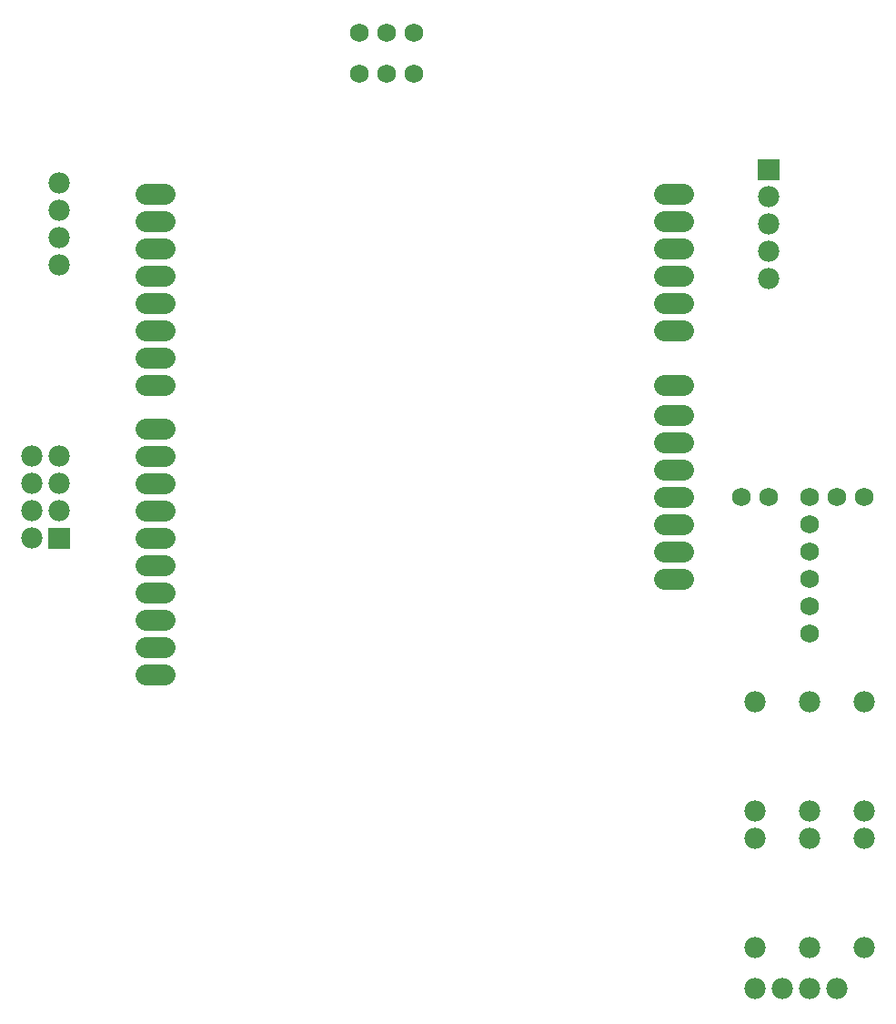
<source format=gbs>
G04 Layer: BottomSolderMaskLayer*
G04 EasyEDA v6.4.25, 2021-11-05T19:22:01+05:30*
G04 61bcb772547544e299bc8c975d1ae397,5cb069c284564e3e9aa1642b0c72b42d,10*
G04 Gerber Generator version 0.2*
G04 Scale: 100 percent, Rotated: No, Reflected: No *
G04 Dimensions in millimeters *
G04 leading zeros omitted , absolute positions ,4 integer and 5 decimal *
%FSLAX45Y45*%
%MOMM*%

%ADD18C,1.9812*%
%ADD19C,1.7272*%
%ADD21C,1.9812*%

%LPD*%
D18*
X10579100Y-254000D02*
G01*
X10756900Y-254000D01*
X10579100Y0D02*
G01*
X10756900Y0D01*
X10579100Y254000D02*
G01*
X10756900Y254000D01*
X10579100Y508000D02*
G01*
X10756900Y508000D01*
X10579100Y762000D02*
G01*
X10756900Y762000D01*
X10579100Y1041400D02*
G01*
X10756900Y1041400D01*
X10579100Y1549400D02*
G01*
X10756900Y1549400D01*
X10579100Y1803400D02*
G01*
X10756900Y1803400D01*
X10579100Y2057400D02*
G01*
X10756900Y2057400D01*
X10579100Y2311400D02*
G01*
X10756900Y2311400D01*
X10579100Y2565400D02*
G01*
X10756900Y2565400D01*
X10579100Y2819400D02*
G01*
X10756900Y2819400D01*
X5753100Y2819400D02*
G01*
X5930900Y2819400D01*
X5753100Y2565400D02*
G01*
X5930900Y2565400D01*
X5753100Y2311400D02*
G01*
X5930900Y2311400D01*
X5753100Y2057400D02*
G01*
X5930900Y2057400D01*
X5753100Y1803400D02*
G01*
X5930900Y1803400D01*
X5753100Y1549400D02*
G01*
X5930900Y1549400D01*
X5753100Y1295400D02*
G01*
X5930900Y1295400D01*
X5753100Y1041400D02*
G01*
X5930900Y1041400D01*
X5753100Y635000D02*
G01*
X5930900Y635000D01*
X5753100Y381000D02*
G01*
X5930900Y381000D01*
X5753100Y127000D02*
G01*
X5930900Y127000D01*
X5753100Y-127000D02*
G01*
X5930900Y-127000D01*
X5753100Y-381000D02*
G01*
X5930900Y-381000D01*
X5753100Y-635000D02*
G01*
X5930900Y-635000D01*
X5753100Y-889000D02*
G01*
X5930900Y-889000D01*
X5753100Y-1143000D02*
G01*
X5930900Y-1143000D01*
X5753100Y-1397000D02*
G01*
X5930900Y-1397000D01*
X5753100Y-1651000D02*
G01*
X5930900Y-1651000D01*
X10579100Y-508000D02*
G01*
X10756900Y-508000D01*
X10579100Y-762000D02*
G01*
X10756900Y-762000D01*
D19*
G01*
X12446000Y0D03*
G01*
X12192000Y0D03*
G01*
X11303000Y0D03*
G01*
X11557000Y0D03*
D18*
G01*
X11557000Y2794000D03*
G01*
X11557000Y2540000D03*
G01*
X11557000Y2286000D03*
G01*
X11557000Y2032000D03*
G36*
X11457940Y2948939D02*
G01*
X11457940Y3147060D01*
X11656059Y3147060D01*
X11656059Y2948939D01*
G37*
G01*
X4953000Y2921000D03*
G01*
X4953000Y2667000D03*
G01*
X4953000Y2413000D03*
G01*
X4953000Y2159000D03*
G01*
X11430000Y-4572000D03*
G01*
X11684000Y-4572000D03*
G01*
X11938000Y-4572000D03*
G01*
X12192000Y-4572000D03*
G01*
X4953000Y-127000D03*
G01*
X4699000Y-127000D03*
G01*
X4953000Y127000D03*
G01*
X4699000Y127000D03*
G01*
X4953000Y381000D03*
G01*
X4699000Y381000D03*
G36*
X4853940Y-480060D02*
G01*
X4853940Y-281939D01*
X5052059Y-281939D01*
X5052059Y-480060D01*
G37*
G01*
X4699000Y-381000D03*
D21*
G01*
X11430000Y-4191000D03*
G01*
X11430000Y-3175000D03*
G01*
X11430000Y-2921000D03*
G01*
X11430000Y-1905000D03*
G01*
X11938000Y-4191000D03*
G01*
X11938000Y-3175000D03*
G01*
X11938000Y-2921000D03*
G01*
X11938000Y-1905000D03*
G01*
X12446000Y-4191000D03*
G01*
X12446000Y-3175000D03*
G01*
X12446000Y-2921000D03*
G01*
X12446000Y-1905000D03*
D19*
G01*
X8255000Y4318000D03*
G01*
X8001000Y4318000D03*
G01*
X7747000Y4318000D03*
G01*
X8255000Y3937000D03*
G01*
X8001000Y3937000D03*
G01*
X7747000Y3937000D03*
G01*
X11938000Y0D03*
G01*
X11938000Y-254000D03*
G01*
X11938000Y-508000D03*
G01*
X11938000Y-762000D03*
G01*
X11938000Y-1016000D03*
G01*
X11938000Y-1270000D03*
M02*

</source>
